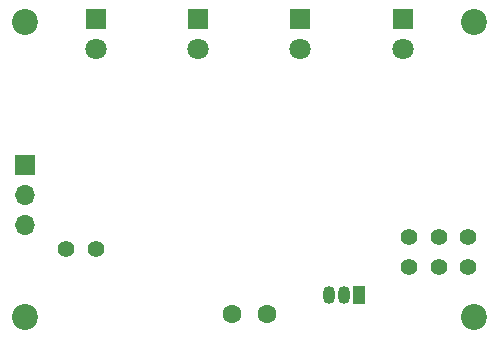
<source format=gbs>
%TF.GenerationSoftware,KiCad,Pcbnew,8.0.5-8.0.5-0~ubuntu20.04.1*%
%TF.CreationDate,2024-10-09T10:57:02+02:00*%
%TF.ProjectId,LIN_eval,4c494e5f-6576-4616-9c2e-6b696361645f,rev?*%
%TF.SameCoordinates,Original*%
%TF.FileFunction,Soldermask,Bot*%
%TF.FilePolarity,Negative*%
%FSLAX46Y46*%
G04 Gerber Fmt 4.6, Leading zero omitted, Abs format (unit mm)*
G04 Created by KiCad (PCBNEW 8.0.5-8.0.5-0~ubuntu20.04.1) date 2024-10-09 10:57:02*
%MOMM*%
%LPD*%
G01*
G04 APERTURE LIST*
%ADD10R,1.050000X1.500000*%
%ADD11O,1.050000X1.500000*%
%ADD12C,1.400000*%
%ADD13C,2.200000*%
%ADD14C,1.600000*%
%ADD15R,1.700000X1.700000*%
%ADD16O,1.700000X1.700000*%
%ADD17R,1.800000X1.800000*%
%ADD18C,1.800000*%
G04 APERTURE END LIST*
D10*
%TO.C,U4*%
X150770000Y-99360000D03*
D11*
X149500000Y-99360000D03*
X148230000Y-99360000D03*
%TD*%
D12*
%TO.C,JP4*%
X160000000Y-97000000D03*
X160000000Y-94460000D03*
%TD*%
%TO.C,JP3*%
X157500000Y-97000000D03*
X157500000Y-94460000D03*
%TD*%
D13*
%TO.C,H1*%
X160500000Y-101250000D03*
%TD*%
%TO.C,H2*%
X122475000Y-76250000D03*
%TD*%
%TO.C,H4*%
X122500000Y-101250000D03*
%TD*%
%TO.C,H3*%
X160475000Y-76250000D03*
%TD*%
D12*
%TO.C,JP1*%
X125960000Y-95500000D03*
X128500000Y-95500000D03*
%TD*%
D14*
%TO.C,R9*%
X143000000Y-101000000D03*
X140000000Y-101000000D03*
%TD*%
D12*
%TO.C,JP2*%
X155000000Y-97040000D03*
X155000000Y-94500000D03*
%TD*%
D15*
%TO.C,J2*%
X122500000Y-88420000D03*
D16*
X122500000Y-90960000D03*
X122500000Y-93500000D03*
%TD*%
D17*
%TO.C,D7*%
X137141666Y-76000000D03*
D18*
X137141666Y-78540000D03*
%TD*%
D17*
%TO.C,D11*%
X154475000Y-76000000D03*
D18*
X154475000Y-78540000D03*
%TD*%
D17*
%TO.C,D9*%
X145808332Y-76000000D03*
D18*
X145808332Y-78540000D03*
%TD*%
D17*
%TO.C,D2*%
X128475000Y-76000000D03*
D18*
X128475000Y-78540000D03*
%TD*%
M02*

</source>
